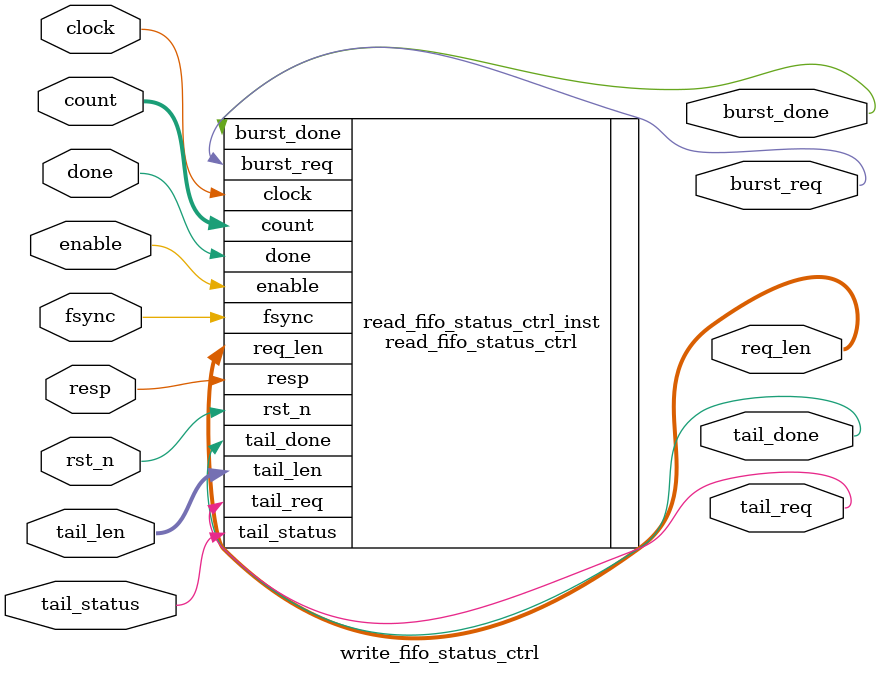
<source format=v>
/**********************************************
______________                ______________
______________ \  /\  /|\  /| ______________
______________  \/  \/ | \/ | ______________
descript:
author : Young
Version: VERA.0.0
creaded: 2016/8/25 下午1:46:31
madified:
***********************************************/
`timescale 1ns/1ps
module write_fifo_status_ctrl #(
    parameter   THRESHOLD = 200,        //  THRESHOLD
    parameter   FULL_LEN  = 256,
    parameter   LSIZE     = 9
)(
    input                   clock,
    input                   rst_n,
    input                   enable,
    input [9:0]             count,
    input                   fsync,
    input                   tail_status,
    input [LSIZE-1:0]       tail_len,

    output                  burst_req,
    output                  tail_req,
    output                  burst_done,
    output                  tail_done,
    input                   resp,
    input                   done,
    output[LSIZE-1:0]       req_len
);


read_fifo_status_ctrl #(
    .THRESHOLD  (THRESHOLD      ),// EMPTY THRESHOLD
    .FULL_LEN   (FULL_LEN       ),
    .LSIZE      (LSIZE          ),
    .WR_RD      ("WRITE"        )
)read_fifo_status_ctrl_inst(
/*  input                */   .clock            (clock            ),
/*  input                */   .rst_n            (rst_n            ),
/*  input                */   .enable           (enable           ),
/*  input                */   .fsync            (fsync            ),
/*  input [8:0]          */   .count            (count            ),
/*  input                */   .tail_status      (tail_status      ),
/*  input [LSIZE-1:0]    */   .tail_len         (tail_len         ),
/*  output               */   .burst_req        (burst_req        ),
/*  output               */   .tail_req         (tail_req         ),
/*  output               */   .burst_done       (burst_done       ),
/*  output               */   .tail_done        (tail_done        ),
/*  input                */   .resp             (resp             ),
/*  input                */   .done             (done             ),
/*  output[LSIZE-1:0]    */   .req_len          (req_len          )
);

endmodule

</source>
